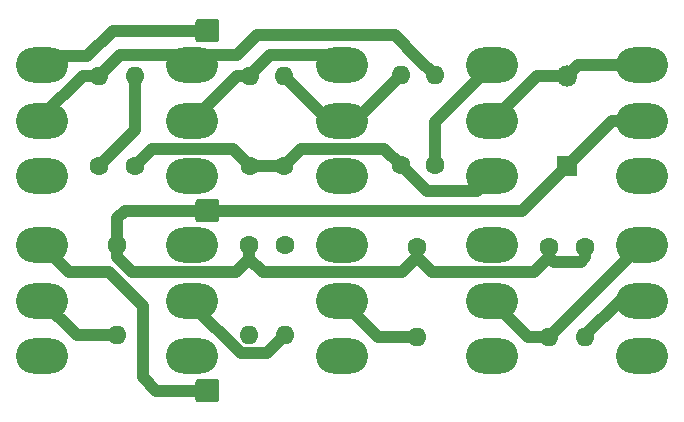
<source format=gbr>
%TF.GenerationSoftware,KiCad,Pcbnew,(5.1.9-0-10_14)*%
%TF.CreationDate,2021-04-30T00:14:49+02:00*%
%TF.ProjectId,CP-PP-miniEVsimulator,43502d50-502d-46d6-996e-69455673696d,rev?*%
%TF.SameCoordinates,Original*%
%TF.FileFunction,Copper,L2,Bot*%
%TF.FilePolarity,Positive*%
%FSLAX46Y46*%
G04 Gerber Fmt 4.6, Leading zero omitted, Abs format (unit mm)*
G04 Created by KiCad (PCBNEW (5.1.9-0-10_14)) date 2021-04-30 00:14:49*
%MOMM*%
%LPD*%
G01*
G04 APERTURE LIST*
%TA.AperFunction,ComponentPad*%
%ADD10O,1.600000X1.600000*%
%TD*%
%TA.AperFunction,ComponentPad*%
%ADD11C,1.600000*%
%TD*%
%TA.AperFunction,ComponentPad*%
%ADD12O,4.400000X3.000000*%
%TD*%
%TA.AperFunction,ComponentPad*%
%ADD13R,1.800000X1.800000*%
%TD*%
%TA.AperFunction,ComponentPad*%
%ADD14O,1.800000X1.800000*%
%TD*%
%TA.AperFunction,Conductor*%
%ADD15C,1.000000*%
%TD*%
G04 APERTURE END LIST*
D10*
%TO.P,R4,2*%
%TO.N,Net-(R4-Pad2)*%
X131950000Y-128230000D03*
D11*
%TO.P,R4,1*%
%TO.N,Net-(R3-Pad1)*%
X131950000Y-135850000D03*
%TD*%
D12*
%TO.P,S10,2*%
%TO.N,Net-(R9-Pad2)*%
X152400000Y-142620000D03*
%TO.P,S10,1*%
%TO.N,Net-(R10-Pad2)*%
X152400000Y-147320000D03*
%TO.P,S10,3*%
%TO.N,Net-(S10-Pad3)*%
X152400000Y-152020000D03*
%TD*%
%TO.P,S9,2*%
%TO.N,Net-(R8-Pad2)*%
X139700000Y-142620000D03*
%TO.P,S9,1*%
%TO.N,Net-(R9-Pad2)*%
X139700000Y-147320000D03*
%TO.P,S9,3*%
%TO.N,Net-(S9-Pad3)*%
X139700000Y-152020000D03*
%TD*%
%TO.P,S8,2*%
%TO.N,Net-(R7-Pad2)*%
X127000000Y-142620000D03*
%TO.P,S8,1*%
%TO.N,Net-(R8-Pad2)*%
X127000000Y-147320000D03*
%TO.P,S8,3*%
%TO.N,Net-(S8-Pad3)*%
X127000000Y-152020000D03*
%TD*%
%TO.P,S7,2*%
%TO.N,Net-(R6-Pad2)*%
X114300000Y-142620000D03*
%TO.P,S7,1*%
%TO.N,Net-(R7-Pad2)*%
X114300000Y-147320000D03*
%TO.P,S7,3*%
%TO.N,Net-(S7-Pad3)*%
X114300000Y-152020000D03*
%TD*%
%TO.P,S6,2*%
%TO.N,/PP*%
X101600000Y-142620000D03*
%TO.P,S6,1*%
%TO.N,Net-(R6-Pad2)*%
X101600000Y-147320000D03*
%TO.P,S6,3*%
%TO.N,Net-(S6-Pad3)*%
X101600000Y-152020000D03*
%TD*%
D10*
%TO.P,R10,2*%
%TO.N,Net-(R10-Pad2)*%
X147574000Y-150368000D03*
D11*
%TO.P,R10,1*%
%TO.N,/PE*%
X147574000Y-142748000D03*
%TD*%
D10*
%TO.P,R9,2*%
%TO.N,Net-(R9-Pad2)*%
X144526000Y-150368000D03*
D11*
%TO.P,R9,1*%
%TO.N,/PE*%
X144526000Y-142748000D03*
%TD*%
D10*
%TO.P,R8,2*%
%TO.N,Net-(R8-Pad2)*%
X133350000Y-150368000D03*
D11*
%TO.P,R8,1*%
%TO.N,/PE*%
X133350000Y-142748000D03*
%TD*%
D10*
%TO.P,Ra7,2*%
%TO.N,Net-(R7-Pad1)*%
X119126000Y-150241000D03*
D11*
%TO.P,Ra7,1*%
%TO.N,/PE*%
X119126000Y-142621000D03*
%TD*%
D10*
%TO.P,R7,2*%
%TO.N,Net-(R7-Pad2)*%
X122174000Y-150241000D03*
D11*
%TO.P,R7,1*%
%TO.N,Net-(R7-Pad1)*%
X122174000Y-142621000D03*
%TD*%
D10*
%TO.P,R6,2*%
%TO.N,Net-(R6-Pad2)*%
X107950000Y-150241000D03*
D11*
%TO.P,R6,1*%
%TO.N,/PE*%
X107950000Y-142621000D03*
%TD*%
%TO.P,J3,1*%
%TO.N,/PP*%
%TA.AperFunction,ComponentPad*%
G36*
G01*
X116320000Y-155940000D02*
X114820000Y-155940000D01*
G75*
G02*
X114570000Y-155690000I0J250000D01*
G01*
X114570000Y-154190000D01*
G75*
G02*
X114820000Y-153940000I250000J0D01*
G01*
X116320000Y-153940000D01*
G75*
G02*
X116570000Y-154190000I0J-250000D01*
G01*
X116570000Y-155690000D01*
G75*
G02*
X116320000Y-155940000I-250000J0D01*
G01*
G37*
%TD.AperFunction*%
%TD*%
%TO.P,J1,1*%
%TO.N,/CP*%
%TA.AperFunction,ComponentPad*%
G36*
G01*
X116320000Y-125460000D02*
X114820000Y-125460000D01*
G75*
G02*
X114570000Y-125210000I0J250000D01*
G01*
X114570000Y-123710000D01*
G75*
G02*
X114820000Y-123460000I250000J0D01*
G01*
X116320000Y-123460000D01*
G75*
G02*
X116570000Y-123710000I0J-250000D01*
G01*
X116570000Y-125210000D01*
G75*
G02*
X116320000Y-125460000I-250000J0D01*
G01*
G37*
%TD.AperFunction*%
%TD*%
D13*
%TO.P,D5,1*%
%TO.N,/PE*%
X146050000Y-135890000D03*
D14*
%TO.P,D5,2*%
%TO.N,Net-(D5-Pad2)*%
X146050000Y-128270000D03*
%TD*%
D11*
%TO.P,R1,1*%
%TO.N,Net-(R1-Pad1)*%
X134850000Y-135870000D03*
D10*
%TO.P,R1,2*%
%TO.N,Net-(R1-Pad2)*%
X134850000Y-128250000D03*
%TD*%
D11*
%TO.P,R2,1*%
%TO.N,Net-(R2-Pad1)*%
X106426000Y-135890000D03*
D10*
%TO.P,R2,2*%
%TO.N,Net-(R1-Pad2)*%
X106426000Y-128270000D03*
%TD*%
D11*
%TO.P,Ra2,1*%
%TO.N,Net-(R3-Pad1)*%
X109410500Y-135890000D03*
D10*
%TO.P,Ra2,2*%
%TO.N,Net-(R2-Pad1)*%
X109410500Y-128270000D03*
%TD*%
D11*
%TO.P,R3,1*%
%TO.N,Net-(R3-Pad1)*%
X119150000Y-135890000D03*
D10*
%TO.P,R3,2*%
%TO.N,Net-(R3-Pad2)*%
X119150000Y-128270000D03*
%TD*%
D11*
%TO.P,Ra4,1*%
%TO.N,Net-(R3-Pad1)*%
X122100000Y-135890000D03*
D10*
%TO.P,Ra4,2*%
%TO.N,Net-(R4-Pad2)*%
X122100000Y-128270000D03*
%TD*%
%TO.P,J2,1*%
%TO.N,/PE*%
%TA.AperFunction,ComponentPad*%
G36*
G01*
X116320000Y-140700000D02*
X114820000Y-140700000D01*
G75*
G02*
X114570000Y-140450000I0J250000D01*
G01*
X114570000Y-138950000D01*
G75*
G02*
X114820000Y-138700000I250000J0D01*
G01*
X116320000Y-138700000D01*
G75*
G02*
X116570000Y-138950000I0J-250000D01*
G01*
X116570000Y-140450000D01*
G75*
G02*
X116320000Y-140700000I-250000J0D01*
G01*
G37*
%TD.AperFunction*%
%TD*%
D12*
%TO.P,S2,3*%
%TO.N,Net-(S2-Pad3)*%
X114300000Y-136780000D03*
%TO.P,S2,1*%
%TO.N,Net-(R3-Pad2)*%
X114300000Y-132080000D03*
%TO.P,S2,2*%
%TO.N,Net-(R1-Pad2)*%
X114300000Y-127380000D03*
%TD*%
%TO.P,S3,3*%
%TO.N,Net-(S3-Pad3)*%
X127000000Y-136780000D03*
%TO.P,S3,1*%
%TO.N,Net-(R4-Pad2)*%
X127000000Y-132080000D03*
%TO.P,S3,2*%
%TO.N,Net-(R3-Pad2)*%
X127000000Y-127380000D03*
%TD*%
%TO.P,S4,3*%
%TO.N,Net-(R3-Pad1)*%
X139700000Y-136780000D03*
%TO.P,S4,1*%
%TO.N,Net-(D5-Pad2)*%
X139700000Y-132080000D03*
%TO.P,S4,2*%
%TO.N,Net-(R1-Pad1)*%
X139700000Y-127380000D03*
%TD*%
%TO.P,S5,3*%
%TO.N,Net-(S5-Pad3)*%
X152400000Y-136780000D03*
%TO.P,S5,1*%
%TO.N,/PE*%
X152400000Y-132080000D03*
%TO.P,S5,2*%
%TO.N,Net-(D5-Pad2)*%
X152400000Y-127380000D03*
%TD*%
%TO.P,S1,3*%
%TO.N,Net-(S1-Pad3)*%
X101600000Y-136780000D03*
%TO.P,S1,1*%
%TO.N,Net-(R1-Pad2)*%
X101600000Y-132080000D03*
%TO.P,S1,2*%
%TO.N,/CP*%
X101600000Y-127380000D03*
%TD*%
D15*
%TO.N,/PE*%
X149860000Y-132080000D02*
X152400000Y-132080000D01*
X146050000Y-135890000D02*
X149860000Y-132080000D01*
X133350000Y-142621000D02*
X133350000Y-143637000D01*
X134620000Y-144907000D02*
X133350000Y-143637000D01*
X143256000Y-144907000D02*
X134620000Y-144907000D01*
X144526000Y-143637000D02*
X143256000Y-144907000D01*
X144526000Y-142621000D02*
X144526000Y-143637000D01*
X147193000Y-144018000D02*
X147574000Y-143637000D01*
X144907000Y-144018000D02*
X147193000Y-144018000D01*
X147574000Y-143637000D02*
X147574000Y-142621000D01*
X144526000Y-143637000D02*
X144907000Y-144018000D01*
X142240000Y-139700000D02*
X146050000Y-135890000D01*
X107950000Y-140335000D02*
X108585000Y-139700000D01*
X107950000Y-142621000D02*
X107950000Y-140335000D01*
X109183010Y-144870010D02*
X118019990Y-144870010D01*
X119126000Y-143764000D02*
X119126000Y-142621000D01*
X118019990Y-144870010D02*
X119126000Y-143764000D01*
X107950000Y-143637000D02*
X109183010Y-144870010D01*
X107950000Y-142621000D02*
X107950000Y-143637000D01*
X120269000Y-144907000D02*
X119126000Y-143764000D01*
X132080000Y-144907000D02*
X120269000Y-144907000D01*
X133350000Y-143637000D02*
X132080000Y-144907000D01*
X108585000Y-139700000D02*
X142240000Y-139700000D01*
%TO.N,/CP*%
X107569000Y-124460000D02*
X115570000Y-124460000D01*
X105410000Y-126619000D02*
X107569000Y-124460000D01*
X102108000Y-126619000D02*
X105410000Y-126619000D01*
X101600000Y-127127000D02*
X102108000Y-126619000D01*
X101600000Y-127380000D02*
X101600000Y-127127000D01*
%TO.N,/PP*%
X107237002Y-144907000D02*
X103887000Y-144907000D01*
X110109000Y-153797000D02*
X110109000Y-147778998D01*
X103887000Y-144907000D02*
X101600000Y-142620000D01*
X110109000Y-147778998D02*
X107237002Y-144907000D01*
X111252000Y-154940000D02*
X110109000Y-153797000D01*
X115570000Y-154940000D02*
X111252000Y-154940000D01*
%TO.N,Net-(D5-Pad2)*%
X143510000Y-128270000D02*
X146050000Y-128270000D01*
X146050000Y-128270000D02*
X146050000Y-128268000D01*
X146050000Y-128268000D02*
X146938000Y-127380000D01*
X146938000Y-127380000D02*
X152400000Y-127380000D01*
X143510000Y-128270000D02*
X139700000Y-132080000D01*
%TO.N,Net-(R1-Pad1)*%
X134850000Y-132230000D02*
X134850000Y-135870000D01*
X139700000Y-127380000D02*
X134850000Y-132230000D01*
%TO.N,Net-(R1-Pad2)*%
X115188000Y-126492000D02*
X118110000Y-126492000D01*
X114300000Y-127380000D02*
X115188000Y-126492000D01*
X131441000Y-124841000D02*
X133350000Y-126750000D01*
X119761000Y-124841000D02*
X131441000Y-124841000D01*
X118110000Y-126492000D02*
X119761000Y-124841000D01*
X133350000Y-126750000D02*
X134900000Y-128270000D01*
X114300000Y-127380000D02*
X113412000Y-126492000D01*
X108204000Y-126492000D02*
X106426000Y-128270000D01*
X113412000Y-126492000D02*
X108204000Y-126492000D01*
X105029000Y-128270000D02*
X106426000Y-128270000D01*
X101600000Y-131699000D02*
X105029000Y-128270000D01*
X101600000Y-132080000D02*
X101600000Y-131699000D01*
%TO.N,Net-(R2-Pad1)*%
X109410500Y-132905500D02*
X109410500Y-128270000D01*
X106426000Y-135890000D02*
X109410500Y-132905500D01*
%TO.N,Net-(R3-Pad1)*%
X139700000Y-136780000D02*
X138431000Y-138049000D01*
X130550000Y-134450000D02*
X131950000Y-135850000D01*
X109410500Y-135890000D02*
X110850500Y-134450000D01*
X134149000Y-138049000D02*
X138431000Y-138049000D01*
X131950000Y-135850000D02*
X134149000Y-138049000D01*
X119150000Y-135890000D02*
X122100000Y-135890000D01*
X123540000Y-134450000D02*
X122100000Y-135890000D01*
X130550000Y-134450000D02*
X123540000Y-134450000D01*
X117710000Y-134450000D02*
X119150000Y-135890000D01*
X110850500Y-134450000D02*
X117710000Y-134450000D01*
%TO.N,Net-(R3-Pad2)*%
X120904000Y-126492000D02*
X119126000Y-128270000D01*
X126112000Y-126492000D02*
X120904000Y-126492000D01*
X127000000Y-127380000D02*
X126112000Y-126492000D01*
X118110000Y-128270000D02*
X119126000Y-128270000D01*
X114300000Y-132080000D02*
X118110000Y-128270000D01*
%TO.N,Net-(R4-Pad2)*%
X128100000Y-132080000D02*
X131950000Y-128230000D01*
X127000000Y-132080000D02*
X128100000Y-132080000D01*
X125910000Y-132080000D02*
X122100000Y-128270000D01*
X127000000Y-132080000D02*
X125910000Y-132080000D01*
%TO.N,Net-(R6-Pad2)*%
X104521000Y-150241000D02*
X101600000Y-147320000D01*
X107950000Y-150241000D02*
X104521000Y-150241000D01*
%TO.N,Net-(R7-Pad2)*%
X120623999Y-151791001D02*
X122174000Y-150241000D01*
X114300000Y-147709002D02*
X118381999Y-151791001D01*
X118381999Y-151791001D02*
X120623999Y-151791001D01*
X114300000Y-147320000D02*
X114300000Y-147709002D01*
%TO.N,Net-(R8-Pad2)*%
X130048000Y-150368000D02*
X127000000Y-147320000D01*
X133350000Y-150368000D02*
X130048000Y-150368000D01*
%TO.N,Net-(R9-Pad2)*%
X142748000Y-150368000D02*
X139700000Y-147320000D01*
X144526000Y-150368000D02*
X142748000Y-150368000D01*
X152274000Y-142620000D02*
X152400000Y-142620000D01*
X144526000Y-150368000D02*
X152274000Y-142620000D01*
%TO.N,Net-(R10-Pad2)*%
X150495000Y-147320000D02*
X147574000Y-150241000D01*
X152400000Y-147320000D02*
X150495000Y-147320000D01*
%TD*%
M02*

</source>
